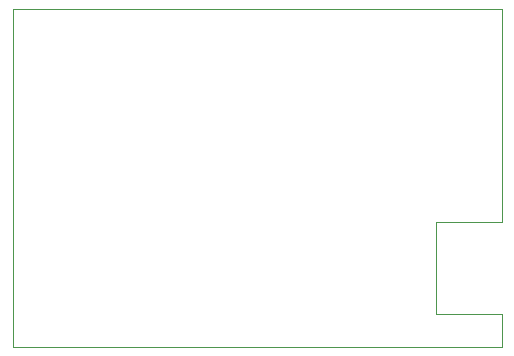
<source format=gbr>
G04 #@! TF.FileFunction,Profile,NP*
%FSLAX46Y46*%
G04 Gerber Fmt 4.6, Leading zero omitted, Abs format (unit mm)*
G04 Created by KiCad (PCBNEW 4.0.0-rc1-stable) date 19.10.2015 17:54:31*
%MOMM*%
G01*
G04 APERTURE LIST*
%ADD10C,0.100000*%
G04 APERTURE END LIST*
D10*
X231200000Y-106400000D02*
X231200000Y-88400000D01*
X231200000Y-117000000D02*
X231200000Y-114200000D01*
X225600000Y-114200000D02*
X231200000Y-114200000D01*
X225600000Y-106400000D02*
X225600000Y-114200000D01*
X231200000Y-106400000D02*
X225600000Y-106400000D01*
X189800000Y-88400000D02*
X231200000Y-88400000D01*
X189800000Y-117000000D02*
X189800000Y-88400000D01*
X231200000Y-117000000D02*
X189800000Y-117000000D01*
M02*

</source>
